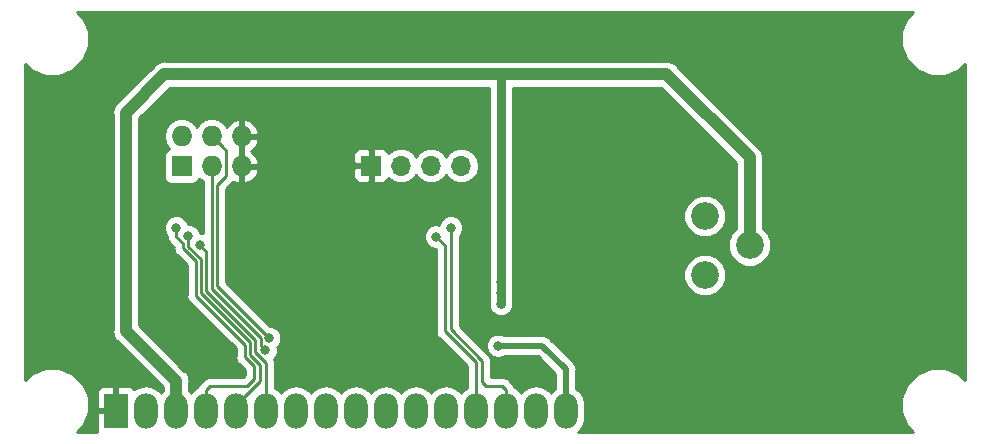
<source format=gbr>
G04 #@! TF.GenerationSoftware,KiCad,Pcbnew,5.0.0-rc2-dev-unknown-0f0d9af~63~ubuntu16.04.1*
G04 #@! TF.CreationDate,2018-05-08T16:55:26+02:00*
G04 #@! TF.ProjectId,display,646973706C61792E6B696361645F7063,rev?*
G04 #@! TF.SameCoordinates,Original*
G04 #@! TF.FileFunction,Copper,L2,Bot,Signal*
G04 #@! TF.FilePolarity,Positive*
%FSLAX46Y46*%
G04 Gerber Fmt 4.6, Leading zero omitted, Abs format (unit mm)*
G04 Created by KiCad (PCBNEW 5.0.0-rc2-dev-unknown-0f0d9af~63~ubuntu16.04.1) date Tue May  8 16:55:26 2018*
%MOMM*%
%LPD*%
G01*
G04 APERTURE LIST*
%ADD10R,2.000000X3.000000*%
%ADD11O,2.000000X3.000000*%
%ADD12R,1.727200X1.727200*%
%ADD13O,1.727200X1.727200*%
%ADD14R,1.700000X1.700000*%
%ADD15O,1.700000X1.700000*%
%ADD16C,2.340000*%
%ADD17C,0.800000*%
%ADD18C,0.800000*%
%ADD19C,1.000000*%
%ADD20C,0.500000*%
%ADD21C,0.250000*%
%ADD22C,0.254000*%
G04 APERTURE END LIST*
D10*
X90400000Y-95500000D03*
D11*
X92940000Y-95500000D03*
X95480000Y-95500000D03*
X98020000Y-95500000D03*
X100560000Y-95500000D03*
X103100000Y-95500000D03*
X105640000Y-95500000D03*
X108180000Y-95500000D03*
X110720000Y-95500000D03*
X113260000Y-95500000D03*
X115800000Y-95500000D03*
X118340000Y-95500000D03*
X120880000Y-95500000D03*
X123420000Y-95500000D03*
X125960000Y-95500000D03*
X128500000Y-95500000D03*
D12*
X95960000Y-74790000D03*
D13*
X95960000Y-72250000D03*
X98500000Y-74790000D03*
X98500000Y-72250000D03*
X101040000Y-74790000D03*
X101040000Y-72250000D03*
D14*
X112000000Y-74750000D03*
D15*
X114540000Y-74750000D03*
X117080000Y-74750000D03*
X119620000Y-74750000D03*
D16*
X140250000Y-84000000D03*
X144050000Y-81500000D03*
X140250000Y-79000000D03*
D17*
X123000000Y-84575000D03*
X123000000Y-85524996D03*
X123000000Y-86450000D03*
X103110000Y-82980000D03*
X157500000Y-82500000D03*
X157500000Y-77500000D03*
X157500000Y-72500000D03*
X97500000Y-65000000D03*
X105000000Y-65000000D03*
X117500000Y-65000000D03*
X127500000Y-65000000D03*
X87500000Y-80000000D03*
X87500000Y-75000000D03*
X87500000Y-70000000D03*
X119250000Y-92000000D03*
X116750000Y-92000000D03*
X118000000Y-92000000D03*
X98250000Y-90000000D03*
X95750000Y-88000000D03*
X112500000Y-80000000D03*
X107500000Y-90000000D03*
X110000000Y-80000000D03*
X110000000Y-90000000D03*
X105000000Y-75000000D03*
X125000000Y-75000000D03*
X130000000Y-75000000D03*
X140000000Y-95000000D03*
X145000000Y-95000000D03*
X150000000Y-95000000D03*
X140000000Y-65000000D03*
X145000000Y-65000000D03*
X150000000Y-65000000D03*
X122750000Y-90000000D03*
X95499988Y-80000000D03*
X96542946Y-80736773D03*
X97500000Y-81500000D03*
X117500002Y-80750000D03*
X118750000Y-80000000D03*
X103060051Y-90361396D03*
X103384991Y-89349863D03*
D18*
X123000000Y-85524996D02*
X123000000Y-86450000D01*
X123000000Y-67000000D02*
X123000000Y-85524996D01*
D19*
X122070000Y-67000000D02*
X123000000Y-67000000D01*
X123000000Y-67000000D02*
X137000000Y-67000000D01*
X94500000Y-67000000D02*
X122070000Y-67000000D01*
X91250000Y-88750000D02*
X91250000Y-70250000D01*
X95480000Y-92980000D02*
X91250000Y-88750000D01*
X91250000Y-70250000D02*
X94500000Y-67000000D01*
X95480000Y-95500000D02*
X95480000Y-92980000D01*
X137000000Y-67000000D02*
X144050000Y-74050000D01*
X144050000Y-74050000D02*
X144050000Y-81500000D01*
D20*
X122750000Y-90000000D02*
X126500000Y-90000000D01*
X126500000Y-90000000D02*
X128500000Y-92000000D01*
X128500000Y-92000000D02*
X128500000Y-95500000D01*
D21*
X102100000Y-91750000D02*
X102100000Y-92800000D01*
X101300000Y-89900000D02*
X101300000Y-90950000D01*
X97150000Y-85750000D02*
X101300000Y-89900000D01*
X97150000Y-82850012D02*
X97150000Y-85750000D01*
X95500000Y-80000000D02*
X95500000Y-80750000D01*
X96050000Y-81750012D02*
X97150000Y-82850012D01*
X101300000Y-90950000D02*
X102100000Y-91750000D01*
X96050000Y-81300000D02*
X96050000Y-81750012D01*
X101500000Y-93400000D02*
X98370000Y-93400000D01*
X95499988Y-80000000D02*
X95500000Y-80000000D01*
X102100000Y-92800000D02*
X101500000Y-93400000D01*
X95500000Y-80750000D02*
X96050000Y-81300000D01*
X98370000Y-93400000D02*
X98020000Y-93750000D01*
X98020000Y-93750000D02*
X98020000Y-95500000D01*
X102600000Y-91600000D02*
X101750000Y-90750000D01*
X100560000Y-95000000D02*
X102600000Y-92960000D01*
X102600000Y-92960000D02*
X102600000Y-91600000D01*
X100560000Y-95500000D02*
X100560000Y-95000000D01*
X101750000Y-90750000D02*
X101750000Y-89700000D01*
X101750000Y-89700000D02*
X97600000Y-85550000D01*
X97600000Y-85550000D02*
X97600000Y-82650000D01*
X97600000Y-82650000D02*
X96542946Y-81592946D01*
X96542946Y-81592946D02*
X96542946Y-81302458D01*
X96542946Y-81302458D02*
X96542946Y-80736773D01*
X102200000Y-89513589D02*
X102200000Y-90550000D01*
X102200000Y-90550000D02*
X103100000Y-91450000D01*
X98050000Y-82050000D02*
X98050000Y-85363589D01*
X98050000Y-85363589D02*
X102200000Y-89513589D01*
X97500000Y-81500000D02*
X98050000Y-82050000D01*
X103100000Y-91450000D02*
X103100000Y-95500000D01*
X120880000Y-91380000D02*
X118250000Y-88750000D01*
X118250000Y-88750000D02*
X118250000Y-81499998D01*
X118250000Y-81499998D02*
X117500002Y-80750000D01*
X120880000Y-95500000D02*
X120880000Y-91380000D01*
X121386410Y-91250000D02*
X121386410Y-93086410D01*
X121386410Y-93086410D02*
X121700000Y-93400000D01*
X118750000Y-80000000D02*
X118750000Y-88613590D01*
X118750000Y-88613590D02*
X121386410Y-91250000D01*
X121700000Y-93400000D02*
X123100000Y-93400000D01*
X123100000Y-93400000D02*
X123420000Y-93720000D01*
X123420000Y-93720000D02*
X123420000Y-95500000D01*
X102650000Y-89300000D02*
X98500000Y-85150000D01*
X98500000Y-85150000D02*
X98500000Y-76011314D01*
X102650000Y-89951345D02*
X102650000Y-89300000D01*
X103060051Y-90361396D02*
X102650000Y-89951345D01*
X98500000Y-76011314D02*
X98500000Y-74790000D01*
X99363599Y-73113599D02*
X98500000Y-72250000D01*
X99750000Y-73500000D02*
X99363599Y-73113599D01*
X103384991Y-89349863D02*
X98950000Y-84914872D01*
X98950000Y-76400000D02*
X99750000Y-75600000D01*
X98950000Y-84914872D02*
X98950000Y-76400000D01*
X99750000Y-75600000D02*
X99750000Y-73500000D01*
D22*
G36*
X157349057Y-62228697D02*
X156873000Y-63378001D01*
X156873000Y-64621999D01*
X157349057Y-65771303D01*
X158228697Y-66650943D01*
X159378001Y-67127000D01*
X160621999Y-67127000D01*
X161771303Y-66650943D01*
X162290001Y-66132245D01*
X162290000Y-92867754D01*
X161771303Y-92349057D01*
X160621999Y-91873000D01*
X159378001Y-91873000D01*
X158228697Y-92349057D01*
X157349057Y-93228697D01*
X156873000Y-94378001D01*
X156873000Y-95621999D01*
X157349057Y-96771303D01*
X157867754Y-97290000D01*
X129512300Y-97290000D01*
X129678769Y-97178769D01*
X130040136Y-96637945D01*
X130135000Y-96161031D01*
X130135000Y-94838969D01*
X130040136Y-94362055D01*
X129678769Y-93821231D01*
X129385000Y-93624941D01*
X129385000Y-92087159D01*
X129402337Y-91999999D01*
X129385000Y-91912839D01*
X129385000Y-91912835D01*
X129333652Y-91654690D01*
X129207509Y-91465904D01*
X129187424Y-91435845D01*
X129187423Y-91435844D01*
X129138049Y-91361951D01*
X129064156Y-91312577D01*
X127187425Y-89435847D01*
X127138049Y-89361951D01*
X126845310Y-89166348D01*
X126587165Y-89115000D01*
X126587161Y-89115000D01*
X126500000Y-89097663D01*
X126412839Y-89115000D01*
X123318007Y-89115000D01*
X122955874Y-88965000D01*
X122544126Y-88965000D01*
X122163720Y-89122569D01*
X121872569Y-89413720D01*
X121715000Y-89794126D01*
X121715000Y-90205874D01*
X121872569Y-90586280D01*
X122163720Y-90877431D01*
X122544126Y-91035000D01*
X122955874Y-91035000D01*
X123318007Y-90885000D01*
X126133422Y-90885000D01*
X127615000Y-92366579D01*
X127615000Y-93624941D01*
X127321231Y-93821231D01*
X127230000Y-93957768D01*
X127138769Y-93821231D01*
X126597944Y-93459864D01*
X125960000Y-93332969D01*
X125322055Y-93459864D01*
X124781231Y-93821231D01*
X124690000Y-93957768D01*
X124598769Y-93821231D01*
X124156204Y-93525519D01*
X124135904Y-93423463D01*
X123967929Y-93172071D01*
X123904473Y-93129671D01*
X123690331Y-92915529D01*
X123647929Y-92852071D01*
X123396537Y-92684096D01*
X123174852Y-92640000D01*
X123174847Y-92640000D01*
X123100000Y-92625112D01*
X123025153Y-92640000D01*
X122146410Y-92640000D01*
X122146410Y-91324848D01*
X122161298Y-91250000D01*
X122146410Y-91175152D01*
X122146410Y-91175148D01*
X122102314Y-90953463D01*
X122102314Y-90953462D01*
X121976739Y-90765527D01*
X121934339Y-90702071D01*
X121870883Y-90659671D01*
X119510000Y-88298789D01*
X119510000Y-80703711D01*
X119627431Y-80586280D01*
X119785000Y-80205874D01*
X119785000Y-79794126D01*
X119627431Y-79413720D01*
X119336280Y-79122569D01*
X118955874Y-78965000D01*
X118544126Y-78965000D01*
X118163720Y-79122569D01*
X117872569Y-79413720D01*
X117741639Y-79729814D01*
X117705876Y-79715000D01*
X117294128Y-79715000D01*
X116913722Y-79872569D01*
X116622571Y-80163720D01*
X116465002Y-80544126D01*
X116465002Y-80955874D01*
X116622571Y-81336280D01*
X116913722Y-81627431D01*
X117294128Y-81785000D01*
X117460200Y-81785000D01*
X117490001Y-81814801D01*
X117490000Y-88675153D01*
X117475112Y-88750000D01*
X117490000Y-88824847D01*
X117490000Y-88824851D01*
X117534096Y-89046536D01*
X117702071Y-89297929D01*
X117765530Y-89340331D01*
X120120001Y-91694803D01*
X120120000Y-93541418D01*
X119701231Y-93821231D01*
X119610000Y-93957768D01*
X119518769Y-93821231D01*
X118977944Y-93459864D01*
X118340000Y-93332969D01*
X117702055Y-93459864D01*
X117161231Y-93821231D01*
X117070000Y-93957768D01*
X116978769Y-93821231D01*
X116437944Y-93459864D01*
X115800000Y-93332969D01*
X115162055Y-93459864D01*
X114621231Y-93821231D01*
X114530000Y-93957768D01*
X114438769Y-93821231D01*
X113897944Y-93459864D01*
X113260000Y-93332969D01*
X112622055Y-93459864D01*
X112081231Y-93821231D01*
X111990000Y-93957768D01*
X111898769Y-93821231D01*
X111357944Y-93459864D01*
X110720000Y-93332969D01*
X110082055Y-93459864D01*
X109541231Y-93821231D01*
X109450000Y-93957768D01*
X109358769Y-93821231D01*
X108817944Y-93459864D01*
X108180000Y-93332969D01*
X107542055Y-93459864D01*
X107001231Y-93821231D01*
X106910000Y-93957768D01*
X106818769Y-93821231D01*
X106277944Y-93459864D01*
X105640000Y-93332969D01*
X105002055Y-93459864D01*
X104461231Y-93821231D01*
X104370000Y-93957768D01*
X104278769Y-93821231D01*
X103860000Y-93541419D01*
X103860000Y-91524846D01*
X103874888Y-91449999D01*
X103860000Y-91375152D01*
X103860000Y-91375148D01*
X103815904Y-91153463D01*
X103782175Y-91102983D01*
X103937482Y-90947676D01*
X104095051Y-90567270D01*
X104095051Y-90155522D01*
X104079818Y-90118747D01*
X104262422Y-89936143D01*
X104419991Y-89555737D01*
X104419991Y-89143989D01*
X104262422Y-88763583D01*
X103971271Y-88472432D01*
X103590865Y-88314863D01*
X103424794Y-88314863D01*
X99710000Y-84600071D01*
X99710000Y-76714801D01*
X100234473Y-76190329D01*
X100297929Y-76147929D01*
X100330180Y-76099663D01*
X100680974Y-76244958D01*
X100913000Y-76123817D01*
X100913000Y-74917000D01*
X101167000Y-74917000D01*
X101167000Y-76123817D01*
X101399026Y-76244958D01*
X101814947Y-76072688D01*
X102246821Y-75678490D01*
X102494968Y-75149027D01*
X102436140Y-75035750D01*
X110515000Y-75035750D01*
X110515000Y-75726309D01*
X110611673Y-75959698D01*
X110790301Y-76138327D01*
X111023690Y-76235000D01*
X111714250Y-76235000D01*
X111873000Y-76076250D01*
X111873000Y-74877000D01*
X110673750Y-74877000D01*
X110515000Y-75035750D01*
X102436140Y-75035750D01*
X102374469Y-74917000D01*
X101167000Y-74917000D01*
X100913000Y-74917000D01*
X100893000Y-74917000D01*
X100893000Y-74663000D01*
X100913000Y-74663000D01*
X100913000Y-72377000D01*
X101167000Y-72377000D01*
X101167000Y-74663000D01*
X102374469Y-74663000D01*
X102494968Y-74430973D01*
X102246821Y-73901510D01*
X102106786Y-73773691D01*
X110515000Y-73773691D01*
X110515000Y-74464250D01*
X110673750Y-74623000D01*
X111873000Y-74623000D01*
X111873000Y-73423750D01*
X112127000Y-73423750D01*
X112127000Y-74623000D01*
X112147000Y-74623000D01*
X112147000Y-74877000D01*
X112127000Y-74877000D01*
X112127000Y-76076250D01*
X112285750Y-76235000D01*
X112976310Y-76235000D01*
X113209699Y-76138327D01*
X113388327Y-75959698D01*
X113454904Y-75798967D01*
X113469375Y-75820625D01*
X113960582Y-76148839D01*
X114393744Y-76235000D01*
X114686256Y-76235000D01*
X115119418Y-76148839D01*
X115610625Y-75820625D01*
X115810000Y-75522239D01*
X116009375Y-75820625D01*
X116500582Y-76148839D01*
X116933744Y-76235000D01*
X117226256Y-76235000D01*
X117659418Y-76148839D01*
X118150625Y-75820625D01*
X118350000Y-75522239D01*
X118549375Y-75820625D01*
X119040582Y-76148839D01*
X119473744Y-76235000D01*
X119766256Y-76235000D01*
X120199418Y-76148839D01*
X120690625Y-75820625D01*
X121018839Y-75329418D01*
X121134092Y-74750000D01*
X121018839Y-74170582D01*
X120690625Y-73679375D01*
X120199418Y-73351161D01*
X119766256Y-73265000D01*
X119473744Y-73265000D01*
X119040582Y-73351161D01*
X118549375Y-73679375D01*
X118350000Y-73977761D01*
X118150625Y-73679375D01*
X117659418Y-73351161D01*
X117226256Y-73265000D01*
X116933744Y-73265000D01*
X116500582Y-73351161D01*
X116009375Y-73679375D01*
X115810000Y-73977761D01*
X115610625Y-73679375D01*
X115119418Y-73351161D01*
X114686256Y-73265000D01*
X114393744Y-73265000D01*
X113960582Y-73351161D01*
X113469375Y-73679375D01*
X113454904Y-73701033D01*
X113388327Y-73540302D01*
X113209699Y-73361673D01*
X112976310Y-73265000D01*
X112285750Y-73265000D01*
X112127000Y-73423750D01*
X111873000Y-73423750D01*
X111714250Y-73265000D01*
X111023690Y-73265000D01*
X110790301Y-73361673D01*
X110611673Y-73540302D01*
X110515000Y-73773691D01*
X102106786Y-73773691D01*
X101828848Y-73520000D01*
X102246821Y-73138490D01*
X102494968Y-72609027D01*
X102374469Y-72377000D01*
X101167000Y-72377000D01*
X100913000Y-72377000D01*
X100893000Y-72377000D01*
X100893000Y-72123000D01*
X100913000Y-72123000D01*
X100913000Y-70916183D01*
X101167000Y-70916183D01*
X101167000Y-72123000D01*
X102374469Y-72123000D01*
X102494968Y-71890973D01*
X102246821Y-71361510D01*
X101814947Y-70967312D01*
X101399026Y-70795042D01*
X101167000Y-70916183D01*
X100913000Y-70916183D01*
X100680974Y-70795042D01*
X100265053Y-70967312D01*
X99833179Y-71361510D01*
X99781854Y-71471021D01*
X99580430Y-71169570D01*
X99084725Y-70838350D01*
X98647598Y-70751400D01*
X98352402Y-70751400D01*
X97915275Y-70838350D01*
X97419570Y-71169570D01*
X97230000Y-71453281D01*
X97040430Y-71169570D01*
X96544725Y-70838350D01*
X96107598Y-70751400D01*
X95812402Y-70751400D01*
X95375275Y-70838350D01*
X94879570Y-71169570D01*
X94548350Y-71665275D01*
X94432041Y-72250000D01*
X94548350Y-72834725D01*
X94874651Y-73323068D01*
X94848635Y-73328243D01*
X94638591Y-73468591D01*
X94498243Y-73678635D01*
X94448960Y-73926400D01*
X94448960Y-75653600D01*
X94498243Y-75901365D01*
X94638591Y-76111409D01*
X94848635Y-76251757D01*
X95096400Y-76301040D01*
X96823600Y-76301040D01*
X97071365Y-76251757D01*
X97281409Y-76111409D01*
X97421757Y-75901365D01*
X97426932Y-75875349D01*
X97740000Y-76084535D01*
X97740000Y-76086165D01*
X97740001Y-76086170D01*
X97740001Y-80479136D01*
X97705874Y-80465000D01*
X97550650Y-80465000D01*
X97420377Y-80150493D01*
X97129226Y-79859342D01*
X96748820Y-79701773D01*
X96496734Y-79701773D01*
X96377419Y-79413720D01*
X96086268Y-79122569D01*
X95705862Y-78965000D01*
X95294114Y-78965000D01*
X94913708Y-79122569D01*
X94622557Y-79413720D01*
X94464988Y-79794126D01*
X94464988Y-80205874D01*
X94622557Y-80586280D01*
X94735260Y-80698983D01*
X94725112Y-80750000D01*
X94740000Y-80824847D01*
X94740000Y-80824852D01*
X94766063Y-80955874D01*
X94784097Y-81046537D01*
X94905084Y-81227606D01*
X94952072Y-81297929D01*
X95015527Y-81340328D01*
X95290000Y-81614802D01*
X95290000Y-81675165D01*
X95275112Y-81750012D01*
X95290000Y-81824859D01*
X95290000Y-81824864D01*
X95334096Y-82046549D01*
X95502072Y-82297941D01*
X95565528Y-82340341D01*
X96390000Y-83164814D01*
X96390001Y-85675148D01*
X96375112Y-85750000D01*
X96434097Y-86046537D01*
X96456118Y-86079493D01*
X96602072Y-86297929D01*
X96665528Y-86340329D01*
X100540000Y-90214802D01*
X100540001Y-90875149D01*
X100525112Y-90950000D01*
X100584097Y-91246537D01*
X100684230Y-91396396D01*
X100752072Y-91497929D01*
X100815528Y-91540329D01*
X101340000Y-92064802D01*
X101340001Y-92485198D01*
X101185199Y-92640000D01*
X98444848Y-92640000D01*
X98370000Y-92625112D01*
X98295152Y-92640000D01*
X98295148Y-92640000D01*
X98121605Y-92674520D01*
X98073462Y-92684096D01*
X97979718Y-92746734D01*
X97822071Y-92852071D01*
X97779669Y-92915530D01*
X97535530Y-93159669D01*
X97472071Y-93202071D01*
X97304096Y-93453464D01*
X97290678Y-93520920D01*
X96841231Y-93821231D01*
X96750000Y-93957768D01*
X96658769Y-93821231D01*
X96615000Y-93791986D01*
X96615000Y-93091781D01*
X96637235Y-92979999D01*
X96608124Y-92833651D01*
X96549146Y-92537145D01*
X96298289Y-92161711D01*
X96203521Y-92098389D01*
X92385000Y-88279869D01*
X92385000Y-70720131D01*
X94970132Y-68135000D01*
X121965000Y-68135000D01*
X121965001Y-84369124D01*
X121965000Y-84369126D01*
X121965000Y-84780874D01*
X121965001Y-84780876D01*
X121965001Y-85319120D01*
X121965000Y-85319122D01*
X121965000Y-85423062D01*
X121965001Y-86244124D01*
X121965000Y-86244126D01*
X121965000Y-86655874D01*
X122004778Y-86751906D01*
X122025053Y-86853837D01*
X122082792Y-86940249D01*
X122122569Y-87036280D01*
X122196068Y-87109779D01*
X122253808Y-87196193D01*
X122340222Y-87253933D01*
X122413720Y-87327431D01*
X122509749Y-87367208D01*
X122596164Y-87424948D01*
X122698098Y-87445224D01*
X122794126Y-87485000D01*
X122898066Y-87485000D01*
X123000000Y-87505276D01*
X123101935Y-87485000D01*
X123205874Y-87485000D01*
X123301902Y-87445224D01*
X123403837Y-87424948D01*
X123490253Y-87367207D01*
X123586280Y-87327431D01*
X123659776Y-87253935D01*
X123746193Y-87196193D01*
X123803935Y-87109776D01*
X123877431Y-87036280D01*
X123917207Y-86940253D01*
X123974948Y-86853837D01*
X123995224Y-86751902D01*
X124035000Y-86655874D01*
X124035000Y-83640963D01*
X138445000Y-83640963D01*
X138445000Y-84359037D01*
X138719795Y-85022450D01*
X139227550Y-85530205D01*
X139890963Y-85805000D01*
X140609037Y-85805000D01*
X141272450Y-85530205D01*
X141780205Y-85022450D01*
X142055000Y-84359037D01*
X142055000Y-83640963D01*
X141780205Y-82977550D01*
X141272450Y-82469795D01*
X140609037Y-82195000D01*
X139890963Y-82195000D01*
X139227550Y-82469795D01*
X138719795Y-82977550D01*
X138445000Y-83640963D01*
X124035000Y-83640963D01*
X124035000Y-78640963D01*
X138445000Y-78640963D01*
X138445000Y-79359037D01*
X138719795Y-80022450D01*
X139227550Y-80530205D01*
X139890963Y-80805000D01*
X140609037Y-80805000D01*
X141272450Y-80530205D01*
X141780205Y-80022450D01*
X142055000Y-79359037D01*
X142055000Y-78640963D01*
X141780205Y-77977550D01*
X141272450Y-77469795D01*
X140609037Y-77195000D01*
X139890963Y-77195000D01*
X139227550Y-77469795D01*
X138719795Y-77977550D01*
X138445000Y-78640963D01*
X124035000Y-78640963D01*
X124035000Y-68135000D01*
X136529869Y-68135000D01*
X142915000Y-74520132D01*
X142915001Y-80082344D01*
X142519795Y-80477550D01*
X142245000Y-81140963D01*
X142245000Y-81859037D01*
X142519795Y-82522450D01*
X143027550Y-83030205D01*
X143690963Y-83305000D01*
X144409037Y-83305000D01*
X145072450Y-83030205D01*
X145580205Y-82522450D01*
X145855000Y-81859037D01*
X145855000Y-81140963D01*
X145580205Y-80477550D01*
X145185000Y-80082345D01*
X145185000Y-74161783D01*
X145207235Y-74050000D01*
X145119146Y-73607145D01*
X145069395Y-73532688D01*
X144868289Y-73231711D01*
X144773522Y-73168390D01*
X137881613Y-66276482D01*
X137818289Y-66181711D01*
X137442855Y-65930854D01*
X137111783Y-65865000D01*
X137000000Y-65842765D01*
X136888217Y-65865000D01*
X94611782Y-65865000D01*
X94499999Y-65842765D01*
X94057145Y-65930854D01*
X93681711Y-66181711D01*
X93618389Y-66276479D01*
X90526480Y-69368389D01*
X90431712Y-69431711D01*
X90246085Y-69709522D01*
X90180854Y-69807146D01*
X90092765Y-70250000D01*
X90115001Y-70361788D01*
X90115000Y-88638217D01*
X90092765Y-88750000D01*
X90167379Y-89125111D01*
X90180854Y-89192854D01*
X90431711Y-89568289D01*
X90526482Y-89631613D01*
X94345001Y-93450133D01*
X94345001Y-93791985D01*
X94301231Y-93821231D01*
X94210000Y-93957768D01*
X94118769Y-93821231D01*
X93577944Y-93459864D01*
X92940000Y-93332969D01*
X92302055Y-93459864D01*
X91958635Y-93689330D01*
X91938327Y-93640301D01*
X91759698Y-93461673D01*
X91526309Y-93365000D01*
X90685750Y-93365000D01*
X90527000Y-93523750D01*
X90527000Y-95373000D01*
X90547000Y-95373000D01*
X90547000Y-95627000D01*
X90527000Y-95627000D01*
X90527000Y-95647000D01*
X90273000Y-95647000D01*
X90273000Y-95627000D01*
X88923750Y-95627000D01*
X88765000Y-95785750D01*
X88765000Y-97126310D01*
X88832803Y-97290000D01*
X87132246Y-97290000D01*
X87650943Y-96771303D01*
X88127000Y-95621999D01*
X88127000Y-94378001D01*
X87918108Y-93873690D01*
X88765000Y-93873690D01*
X88765000Y-95214250D01*
X88923750Y-95373000D01*
X90273000Y-95373000D01*
X90273000Y-93523750D01*
X90114250Y-93365000D01*
X89273691Y-93365000D01*
X89040302Y-93461673D01*
X88861673Y-93640301D01*
X88765000Y-93873690D01*
X87918108Y-93873690D01*
X87650943Y-93228697D01*
X86771303Y-92349057D01*
X85621999Y-91873000D01*
X84378001Y-91873000D01*
X83228697Y-92349057D01*
X82710000Y-92867754D01*
X82710000Y-66132246D01*
X83228697Y-66650943D01*
X84378001Y-67127000D01*
X85621999Y-67127000D01*
X86771303Y-66650943D01*
X87650943Y-65771303D01*
X88127000Y-64621999D01*
X88127000Y-63378001D01*
X87650943Y-62228697D01*
X87132246Y-61710000D01*
X157867754Y-61710000D01*
X157349057Y-62228697D01*
X157349057Y-62228697D01*
G37*
X157349057Y-62228697D02*
X156873000Y-63378001D01*
X156873000Y-64621999D01*
X157349057Y-65771303D01*
X158228697Y-66650943D01*
X159378001Y-67127000D01*
X160621999Y-67127000D01*
X161771303Y-66650943D01*
X162290001Y-66132245D01*
X162290000Y-92867754D01*
X161771303Y-92349057D01*
X160621999Y-91873000D01*
X159378001Y-91873000D01*
X158228697Y-92349057D01*
X157349057Y-93228697D01*
X156873000Y-94378001D01*
X156873000Y-95621999D01*
X157349057Y-96771303D01*
X157867754Y-97290000D01*
X129512300Y-97290000D01*
X129678769Y-97178769D01*
X130040136Y-96637945D01*
X130135000Y-96161031D01*
X130135000Y-94838969D01*
X130040136Y-94362055D01*
X129678769Y-93821231D01*
X129385000Y-93624941D01*
X129385000Y-92087159D01*
X129402337Y-91999999D01*
X129385000Y-91912839D01*
X129385000Y-91912835D01*
X129333652Y-91654690D01*
X129207509Y-91465904D01*
X129187424Y-91435845D01*
X129187423Y-91435844D01*
X129138049Y-91361951D01*
X129064156Y-91312577D01*
X127187425Y-89435847D01*
X127138049Y-89361951D01*
X126845310Y-89166348D01*
X126587165Y-89115000D01*
X126587161Y-89115000D01*
X126500000Y-89097663D01*
X126412839Y-89115000D01*
X123318007Y-89115000D01*
X122955874Y-88965000D01*
X122544126Y-88965000D01*
X122163720Y-89122569D01*
X121872569Y-89413720D01*
X121715000Y-89794126D01*
X121715000Y-90205874D01*
X121872569Y-90586280D01*
X122163720Y-90877431D01*
X122544126Y-91035000D01*
X122955874Y-91035000D01*
X123318007Y-90885000D01*
X126133422Y-90885000D01*
X127615000Y-92366579D01*
X127615000Y-93624941D01*
X127321231Y-93821231D01*
X127230000Y-93957768D01*
X127138769Y-93821231D01*
X126597944Y-93459864D01*
X125960000Y-93332969D01*
X125322055Y-93459864D01*
X124781231Y-93821231D01*
X124690000Y-93957768D01*
X124598769Y-93821231D01*
X124156204Y-93525519D01*
X124135904Y-93423463D01*
X123967929Y-93172071D01*
X123904473Y-93129671D01*
X123690331Y-92915529D01*
X123647929Y-92852071D01*
X123396537Y-92684096D01*
X123174852Y-92640000D01*
X123174847Y-92640000D01*
X123100000Y-92625112D01*
X123025153Y-92640000D01*
X122146410Y-92640000D01*
X122146410Y-91324848D01*
X122161298Y-91250000D01*
X122146410Y-91175152D01*
X122146410Y-91175148D01*
X122102314Y-90953463D01*
X122102314Y-90953462D01*
X121976739Y-90765527D01*
X121934339Y-90702071D01*
X121870883Y-90659671D01*
X119510000Y-88298789D01*
X119510000Y-80703711D01*
X119627431Y-80586280D01*
X119785000Y-80205874D01*
X119785000Y-79794126D01*
X119627431Y-79413720D01*
X119336280Y-79122569D01*
X118955874Y-78965000D01*
X118544126Y-78965000D01*
X118163720Y-79122569D01*
X117872569Y-79413720D01*
X117741639Y-79729814D01*
X117705876Y-79715000D01*
X117294128Y-79715000D01*
X116913722Y-79872569D01*
X116622571Y-80163720D01*
X116465002Y-80544126D01*
X116465002Y-80955874D01*
X116622571Y-81336280D01*
X116913722Y-81627431D01*
X117294128Y-81785000D01*
X117460200Y-81785000D01*
X117490001Y-81814801D01*
X117490000Y-88675153D01*
X117475112Y-88750000D01*
X117490000Y-88824847D01*
X117490000Y-88824851D01*
X117534096Y-89046536D01*
X117702071Y-89297929D01*
X117765530Y-89340331D01*
X120120001Y-91694803D01*
X120120000Y-93541418D01*
X119701231Y-93821231D01*
X119610000Y-93957768D01*
X119518769Y-93821231D01*
X118977944Y-93459864D01*
X118340000Y-93332969D01*
X117702055Y-93459864D01*
X117161231Y-93821231D01*
X117070000Y-93957768D01*
X116978769Y-93821231D01*
X116437944Y-93459864D01*
X115800000Y-93332969D01*
X115162055Y-93459864D01*
X114621231Y-93821231D01*
X114530000Y-93957768D01*
X114438769Y-93821231D01*
X113897944Y-93459864D01*
X113260000Y-93332969D01*
X112622055Y-93459864D01*
X112081231Y-93821231D01*
X111990000Y-93957768D01*
X111898769Y-93821231D01*
X111357944Y-93459864D01*
X110720000Y-93332969D01*
X110082055Y-93459864D01*
X109541231Y-93821231D01*
X109450000Y-93957768D01*
X109358769Y-93821231D01*
X108817944Y-93459864D01*
X108180000Y-93332969D01*
X107542055Y-93459864D01*
X107001231Y-93821231D01*
X106910000Y-93957768D01*
X106818769Y-93821231D01*
X106277944Y-93459864D01*
X105640000Y-93332969D01*
X105002055Y-93459864D01*
X104461231Y-93821231D01*
X104370000Y-93957768D01*
X104278769Y-93821231D01*
X103860000Y-93541419D01*
X103860000Y-91524846D01*
X103874888Y-91449999D01*
X103860000Y-91375152D01*
X103860000Y-91375148D01*
X103815904Y-91153463D01*
X103782175Y-91102983D01*
X103937482Y-90947676D01*
X104095051Y-90567270D01*
X104095051Y-90155522D01*
X104079818Y-90118747D01*
X104262422Y-89936143D01*
X104419991Y-89555737D01*
X104419991Y-89143989D01*
X104262422Y-88763583D01*
X103971271Y-88472432D01*
X103590865Y-88314863D01*
X103424794Y-88314863D01*
X99710000Y-84600071D01*
X99710000Y-76714801D01*
X100234473Y-76190329D01*
X100297929Y-76147929D01*
X100330180Y-76099663D01*
X100680974Y-76244958D01*
X100913000Y-76123817D01*
X100913000Y-74917000D01*
X101167000Y-74917000D01*
X101167000Y-76123817D01*
X101399026Y-76244958D01*
X101814947Y-76072688D01*
X102246821Y-75678490D01*
X102494968Y-75149027D01*
X102436140Y-75035750D01*
X110515000Y-75035750D01*
X110515000Y-75726309D01*
X110611673Y-75959698D01*
X110790301Y-76138327D01*
X111023690Y-76235000D01*
X111714250Y-76235000D01*
X111873000Y-76076250D01*
X111873000Y-74877000D01*
X110673750Y-74877000D01*
X110515000Y-75035750D01*
X102436140Y-75035750D01*
X102374469Y-74917000D01*
X101167000Y-74917000D01*
X100913000Y-74917000D01*
X100893000Y-74917000D01*
X100893000Y-74663000D01*
X100913000Y-74663000D01*
X100913000Y-72377000D01*
X101167000Y-72377000D01*
X101167000Y-74663000D01*
X102374469Y-74663000D01*
X102494968Y-74430973D01*
X102246821Y-73901510D01*
X102106786Y-73773691D01*
X110515000Y-73773691D01*
X110515000Y-74464250D01*
X110673750Y-74623000D01*
X111873000Y-74623000D01*
X111873000Y-73423750D01*
X112127000Y-73423750D01*
X112127000Y-74623000D01*
X112147000Y-74623000D01*
X112147000Y-74877000D01*
X112127000Y-74877000D01*
X112127000Y-76076250D01*
X112285750Y-76235000D01*
X112976310Y-76235000D01*
X113209699Y-76138327D01*
X113388327Y-75959698D01*
X113454904Y-75798967D01*
X113469375Y-75820625D01*
X113960582Y-76148839D01*
X114393744Y-76235000D01*
X114686256Y-76235000D01*
X115119418Y-76148839D01*
X115610625Y-75820625D01*
X115810000Y-75522239D01*
X116009375Y-75820625D01*
X116500582Y-76148839D01*
X116933744Y-76235000D01*
X117226256Y-76235000D01*
X117659418Y-76148839D01*
X118150625Y-75820625D01*
X118350000Y-75522239D01*
X118549375Y-75820625D01*
X119040582Y-76148839D01*
X119473744Y-76235000D01*
X119766256Y-76235000D01*
X120199418Y-76148839D01*
X120690625Y-75820625D01*
X121018839Y-75329418D01*
X121134092Y-74750000D01*
X121018839Y-74170582D01*
X120690625Y-73679375D01*
X120199418Y-73351161D01*
X119766256Y-73265000D01*
X119473744Y-73265000D01*
X119040582Y-73351161D01*
X118549375Y-73679375D01*
X118350000Y-73977761D01*
X118150625Y-73679375D01*
X117659418Y-73351161D01*
X117226256Y-73265000D01*
X116933744Y-73265000D01*
X116500582Y-73351161D01*
X116009375Y-73679375D01*
X115810000Y-73977761D01*
X115610625Y-73679375D01*
X115119418Y-73351161D01*
X114686256Y-73265000D01*
X114393744Y-73265000D01*
X113960582Y-73351161D01*
X113469375Y-73679375D01*
X113454904Y-73701033D01*
X113388327Y-73540302D01*
X113209699Y-73361673D01*
X112976310Y-73265000D01*
X112285750Y-73265000D01*
X112127000Y-73423750D01*
X111873000Y-73423750D01*
X111714250Y-73265000D01*
X111023690Y-73265000D01*
X110790301Y-73361673D01*
X110611673Y-73540302D01*
X110515000Y-73773691D01*
X102106786Y-73773691D01*
X101828848Y-73520000D01*
X102246821Y-73138490D01*
X102494968Y-72609027D01*
X102374469Y-72377000D01*
X101167000Y-72377000D01*
X100913000Y-72377000D01*
X100893000Y-72377000D01*
X100893000Y-72123000D01*
X100913000Y-72123000D01*
X100913000Y-70916183D01*
X101167000Y-70916183D01*
X101167000Y-72123000D01*
X102374469Y-72123000D01*
X102494968Y-71890973D01*
X102246821Y-71361510D01*
X101814947Y-70967312D01*
X101399026Y-70795042D01*
X101167000Y-70916183D01*
X100913000Y-70916183D01*
X100680974Y-70795042D01*
X100265053Y-70967312D01*
X99833179Y-71361510D01*
X99781854Y-71471021D01*
X99580430Y-71169570D01*
X99084725Y-70838350D01*
X98647598Y-70751400D01*
X98352402Y-70751400D01*
X97915275Y-70838350D01*
X97419570Y-71169570D01*
X97230000Y-71453281D01*
X97040430Y-71169570D01*
X96544725Y-70838350D01*
X96107598Y-70751400D01*
X95812402Y-70751400D01*
X95375275Y-70838350D01*
X94879570Y-71169570D01*
X94548350Y-71665275D01*
X94432041Y-72250000D01*
X94548350Y-72834725D01*
X94874651Y-73323068D01*
X94848635Y-73328243D01*
X94638591Y-73468591D01*
X94498243Y-73678635D01*
X94448960Y-73926400D01*
X94448960Y-75653600D01*
X94498243Y-75901365D01*
X94638591Y-76111409D01*
X94848635Y-76251757D01*
X95096400Y-76301040D01*
X96823600Y-76301040D01*
X97071365Y-76251757D01*
X97281409Y-76111409D01*
X97421757Y-75901365D01*
X97426932Y-75875349D01*
X97740000Y-76084535D01*
X97740000Y-76086165D01*
X97740001Y-76086170D01*
X97740001Y-80479136D01*
X97705874Y-80465000D01*
X97550650Y-80465000D01*
X97420377Y-80150493D01*
X97129226Y-79859342D01*
X96748820Y-79701773D01*
X96496734Y-79701773D01*
X96377419Y-79413720D01*
X96086268Y-79122569D01*
X95705862Y-78965000D01*
X95294114Y-78965000D01*
X94913708Y-79122569D01*
X94622557Y-79413720D01*
X94464988Y-79794126D01*
X94464988Y-80205874D01*
X94622557Y-80586280D01*
X94735260Y-80698983D01*
X94725112Y-80750000D01*
X94740000Y-80824847D01*
X94740000Y-80824852D01*
X94766063Y-80955874D01*
X94784097Y-81046537D01*
X94905084Y-81227606D01*
X94952072Y-81297929D01*
X95015527Y-81340328D01*
X95290000Y-81614802D01*
X95290000Y-81675165D01*
X95275112Y-81750012D01*
X95290000Y-81824859D01*
X95290000Y-81824864D01*
X95334096Y-82046549D01*
X95502072Y-82297941D01*
X95565528Y-82340341D01*
X96390000Y-83164814D01*
X96390001Y-85675148D01*
X96375112Y-85750000D01*
X96434097Y-86046537D01*
X96456118Y-86079493D01*
X96602072Y-86297929D01*
X96665528Y-86340329D01*
X100540000Y-90214802D01*
X100540001Y-90875149D01*
X100525112Y-90950000D01*
X100584097Y-91246537D01*
X100684230Y-91396396D01*
X100752072Y-91497929D01*
X100815528Y-91540329D01*
X101340000Y-92064802D01*
X101340001Y-92485198D01*
X101185199Y-92640000D01*
X98444848Y-92640000D01*
X98370000Y-92625112D01*
X98295152Y-92640000D01*
X98295148Y-92640000D01*
X98121605Y-92674520D01*
X98073462Y-92684096D01*
X97979718Y-92746734D01*
X97822071Y-92852071D01*
X97779669Y-92915530D01*
X97535530Y-93159669D01*
X97472071Y-93202071D01*
X97304096Y-93453464D01*
X97290678Y-93520920D01*
X96841231Y-93821231D01*
X96750000Y-93957768D01*
X96658769Y-93821231D01*
X96615000Y-93791986D01*
X96615000Y-93091781D01*
X96637235Y-92979999D01*
X96608124Y-92833651D01*
X96549146Y-92537145D01*
X96298289Y-92161711D01*
X96203521Y-92098389D01*
X92385000Y-88279869D01*
X92385000Y-70720131D01*
X94970132Y-68135000D01*
X121965000Y-68135000D01*
X121965001Y-84369124D01*
X121965000Y-84369126D01*
X121965000Y-84780874D01*
X121965001Y-84780876D01*
X121965001Y-85319120D01*
X121965000Y-85319122D01*
X121965000Y-85423062D01*
X121965001Y-86244124D01*
X121965000Y-86244126D01*
X121965000Y-86655874D01*
X122004778Y-86751906D01*
X122025053Y-86853837D01*
X122082792Y-86940249D01*
X122122569Y-87036280D01*
X122196068Y-87109779D01*
X122253808Y-87196193D01*
X122340222Y-87253933D01*
X122413720Y-87327431D01*
X122509749Y-87367208D01*
X122596164Y-87424948D01*
X122698098Y-87445224D01*
X122794126Y-87485000D01*
X122898066Y-87485000D01*
X123000000Y-87505276D01*
X123101935Y-87485000D01*
X123205874Y-87485000D01*
X123301902Y-87445224D01*
X123403837Y-87424948D01*
X123490253Y-87367207D01*
X123586280Y-87327431D01*
X123659776Y-87253935D01*
X123746193Y-87196193D01*
X123803935Y-87109776D01*
X123877431Y-87036280D01*
X123917207Y-86940253D01*
X123974948Y-86853837D01*
X123995224Y-86751902D01*
X124035000Y-86655874D01*
X124035000Y-83640963D01*
X138445000Y-83640963D01*
X138445000Y-84359037D01*
X138719795Y-85022450D01*
X139227550Y-85530205D01*
X139890963Y-85805000D01*
X140609037Y-85805000D01*
X141272450Y-85530205D01*
X141780205Y-85022450D01*
X142055000Y-84359037D01*
X142055000Y-83640963D01*
X141780205Y-82977550D01*
X141272450Y-82469795D01*
X140609037Y-82195000D01*
X139890963Y-82195000D01*
X139227550Y-82469795D01*
X138719795Y-82977550D01*
X138445000Y-83640963D01*
X124035000Y-83640963D01*
X124035000Y-78640963D01*
X138445000Y-78640963D01*
X138445000Y-79359037D01*
X138719795Y-80022450D01*
X139227550Y-80530205D01*
X139890963Y-80805000D01*
X140609037Y-80805000D01*
X141272450Y-80530205D01*
X141780205Y-80022450D01*
X142055000Y-79359037D01*
X142055000Y-78640963D01*
X141780205Y-77977550D01*
X141272450Y-77469795D01*
X140609037Y-77195000D01*
X139890963Y-77195000D01*
X139227550Y-77469795D01*
X138719795Y-77977550D01*
X138445000Y-78640963D01*
X124035000Y-78640963D01*
X124035000Y-68135000D01*
X136529869Y-68135000D01*
X142915000Y-74520132D01*
X142915001Y-80082344D01*
X142519795Y-80477550D01*
X142245000Y-81140963D01*
X142245000Y-81859037D01*
X142519795Y-82522450D01*
X143027550Y-83030205D01*
X143690963Y-83305000D01*
X144409037Y-83305000D01*
X145072450Y-83030205D01*
X145580205Y-82522450D01*
X145855000Y-81859037D01*
X145855000Y-81140963D01*
X145580205Y-80477550D01*
X145185000Y-80082345D01*
X145185000Y-74161783D01*
X145207235Y-74050000D01*
X145119146Y-73607145D01*
X145069395Y-73532688D01*
X144868289Y-73231711D01*
X144773522Y-73168390D01*
X137881613Y-66276482D01*
X137818289Y-66181711D01*
X137442855Y-65930854D01*
X137111783Y-65865000D01*
X137000000Y-65842765D01*
X136888217Y-65865000D01*
X94611782Y-65865000D01*
X94499999Y-65842765D01*
X94057145Y-65930854D01*
X93681711Y-66181711D01*
X93618389Y-66276479D01*
X90526480Y-69368389D01*
X90431712Y-69431711D01*
X90246085Y-69709522D01*
X90180854Y-69807146D01*
X90092765Y-70250000D01*
X90115001Y-70361788D01*
X90115000Y-88638217D01*
X90092765Y-88750000D01*
X90167379Y-89125111D01*
X90180854Y-89192854D01*
X90431711Y-89568289D01*
X90526482Y-89631613D01*
X94345001Y-93450133D01*
X94345001Y-93791985D01*
X94301231Y-93821231D01*
X94210000Y-93957768D01*
X94118769Y-93821231D01*
X93577944Y-93459864D01*
X92940000Y-93332969D01*
X92302055Y-93459864D01*
X91958635Y-93689330D01*
X91938327Y-93640301D01*
X91759698Y-93461673D01*
X91526309Y-93365000D01*
X90685750Y-93365000D01*
X90527000Y-93523750D01*
X90527000Y-95373000D01*
X90547000Y-95373000D01*
X90547000Y-95627000D01*
X90527000Y-95627000D01*
X90527000Y-95647000D01*
X90273000Y-95647000D01*
X90273000Y-95627000D01*
X88923750Y-95627000D01*
X88765000Y-95785750D01*
X88765000Y-97126310D01*
X88832803Y-97290000D01*
X87132246Y-97290000D01*
X87650943Y-96771303D01*
X88127000Y-95621999D01*
X88127000Y-94378001D01*
X87918108Y-93873690D01*
X88765000Y-93873690D01*
X88765000Y-95214250D01*
X88923750Y-95373000D01*
X90273000Y-95373000D01*
X90273000Y-93523750D01*
X90114250Y-93365000D01*
X89273691Y-93365000D01*
X89040302Y-93461673D01*
X88861673Y-93640301D01*
X88765000Y-93873690D01*
X87918108Y-93873690D01*
X87650943Y-93228697D01*
X86771303Y-92349057D01*
X85621999Y-91873000D01*
X84378001Y-91873000D01*
X83228697Y-92349057D01*
X82710000Y-92867754D01*
X82710000Y-66132246D01*
X83228697Y-66650943D01*
X84378001Y-67127000D01*
X85621999Y-67127000D01*
X86771303Y-66650943D01*
X87650943Y-65771303D01*
X88127000Y-64621999D01*
X88127000Y-63378001D01*
X87650943Y-62228697D01*
X87132246Y-61710000D01*
X157867754Y-61710000D01*
X157349057Y-62228697D01*
M02*

</source>
